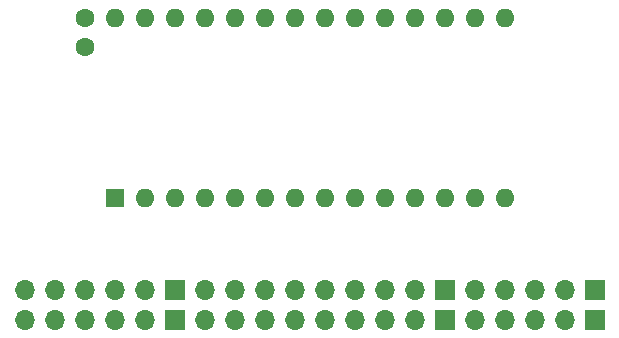
<source format=gbr>
%TF.GenerationSoftware,KiCad,Pcbnew,(5.1.10)-1*%
%TF.CreationDate,2022-08-09T19:56:00-06:00*%
%TF.ProjectId,storage,73746f72-6167-4652-9e6b-696361645f70,rev?*%
%TF.SameCoordinates,Original*%
%TF.FileFunction,Soldermask,Bot*%
%TF.FilePolarity,Negative*%
%FSLAX46Y46*%
G04 Gerber Fmt 4.6, Leading zero omitted, Abs format (unit mm)*
G04 Created by KiCad (PCBNEW (5.1.10)-1) date 2022-08-09 19:56:00*
%MOMM*%
%LPD*%
G01*
G04 APERTURE LIST*
%ADD10C,1.600000*%
%ADD11R,1.600000X1.600000*%
%ADD12O,1.600000X1.600000*%
%ADD13O,1.700000X1.700000*%
%ADD14R,1.700000X1.700000*%
G04 APERTURE END LIST*
D10*
%TO.C,0.1uf*%
X381635000Y-281900000D03*
X381635000Y-279400000D03*
%TD*%
D11*
%TO.C,28c256*%
X384172460Y-294640000D03*
D12*
X417192460Y-279400000D03*
X386712460Y-294640000D03*
X414652460Y-279400000D03*
X389252460Y-294640000D03*
X412112460Y-279400000D03*
X391792460Y-294640000D03*
X409572460Y-279400000D03*
X394332460Y-294640000D03*
X407032460Y-279400000D03*
X396872460Y-294640000D03*
X404492460Y-279400000D03*
X399412460Y-294640000D03*
X401952460Y-279400000D03*
X401952460Y-294640000D03*
X399412460Y-279400000D03*
X404492460Y-294640000D03*
X396872460Y-279400000D03*
X407032460Y-294640000D03*
X394332460Y-279400000D03*
X409572460Y-294640000D03*
X391792460Y-279400000D03*
X412112460Y-294640000D03*
X389252460Y-279400000D03*
X414652460Y-294640000D03*
X386712460Y-279400000D03*
X417192460Y-294640000D03*
X384172460Y-279400000D03*
%TD*%
D13*
%TO.C,20pin conn.*%
X376555000Y-304987960D03*
X376555000Y-302447960D03*
X379095000Y-304987960D03*
X379095000Y-302447960D03*
X381635000Y-304987960D03*
X381635000Y-302447960D03*
X384175000Y-304987960D03*
X384175000Y-302447960D03*
X386715000Y-304987960D03*
X386715000Y-302447960D03*
D14*
X389255000Y-304987960D03*
X389255000Y-302447960D03*
D13*
X391795000Y-304987960D03*
X391795000Y-302447960D03*
X394335000Y-304987960D03*
X394335000Y-302447960D03*
X396875000Y-304987960D03*
X396875000Y-302447960D03*
X399415000Y-304987960D03*
X399415000Y-302447960D03*
X401955000Y-304987960D03*
X401955000Y-302447960D03*
X404495000Y-304987960D03*
X404495000Y-302447960D03*
X407035000Y-304987960D03*
X407035000Y-302447960D03*
X409575000Y-304987960D03*
X409575000Y-302447960D03*
D14*
X412115000Y-304987960D03*
X412115000Y-302447960D03*
D13*
X414655000Y-304987960D03*
X414655000Y-302447960D03*
X417195000Y-304987960D03*
X417195000Y-302447960D03*
X419735000Y-304987960D03*
X419735000Y-302447960D03*
X422275000Y-304987960D03*
X422275000Y-302447960D03*
D14*
X424815000Y-304987960D03*
X424815000Y-302447960D03*
%TD*%
M02*

</source>
